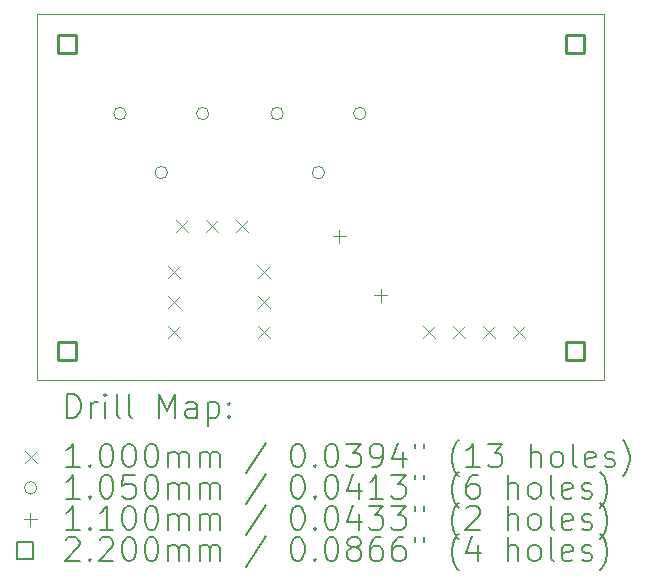
<source format=gbr>
%TF.GenerationSoftware,KiCad,Pcbnew,(6.0.8-1)-1*%
%TF.CreationDate,2024-02-23T21:50:13-06:00*%
%TF.ProjectId,Addressable LED Interface,41646472-6573-4736-9162-6c65204c4544,rev?*%
%TF.SameCoordinates,Original*%
%TF.FileFunction,Drillmap*%
%TF.FilePolarity,Positive*%
%FSLAX45Y45*%
G04 Gerber Fmt 4.5, Leading zero omitted, Abs format (unit mm)*
G04 Created by KiCad (PCBNEW (6.0.8-1)-1) date 2024-02-23 21:50:13*
%MOMM*%
%LPD*%
G01*
G04 APERTURE LIST*
%ADD10C,0.100000*%
%ADD11C,0.200000*%
%ADD12C,0.105000*%
%ADD13C,0.110000*%
%ADD14C,0.220000*%
G04 APERTURE END LIST*
D10*
X12050000Y-9250000D02*
X16850000Y-9250000D01*
X16850000Y-9250000D02*
X16850000Y-12350000D01*
X16850000Y-12350000D02*
X12050000Y-12350000D01*
X12050000Y-12350000D02*
X12050000Y-9250000D01*
D11*
D10*
X13158000Y-11380000D02*
X13258000Y-11480000D01*
X13258000Y-11380000D02*
X13158000Y-11480000D01*
X13158000Y-11634000D02*
X13258000Y-11734000D01*
X13258000Y-11634000D02*
X13158000Y-11734000D01*
X13158000Y-11888000D02*
X13258000Y-11988000D01*
X13258000Y-11888000D02*
X13158000Y-11988000D01*
X13224500Y-10990000D02*
X13324500Y-11090000D01*
X13324500Y-10990000D02*
X13224500Y-11090000D01*
X13478500Y-10990000D02*
X13578500Y-11090000D01*
X13578500Y-10990000D02*
X13478500Y-11090000D01*
X13732500Y-10990000D02*
X13832500Y-11090000D01*
X13832500Y-10990000D02*
X13732500Y-11090000D01*
X13920000Y-11380000D02*
X14020000Y-11480000D01*
X14020000Y-11380000D02*
X13920000Y-11480000D01*
X13920000Y-11634000D02*
X14020000Y-11734000D01*
X14020000Y-11634000D02*
X13920000Y-11734000D01*
X13920000Y-11888000D02*
X14020000Y-11988000D01*
X14020000Y-11888000D02*
X13920000Y-11988000D01*
X15317000Y-11888000D02*
X15417000Y-11988000D01*
X15417000Y-11888000D02*
X15317000Y-11988000D01*
X15571000Y-11888000D02*
X15671000Y-11988000D01*
X15671000Y-11888000D02*
X15571000Y-11988000D01*
X15825000Y-11888000D02*
X15925000Y-11988000D01*
X15925000Y-11888000D02*
X15825000Y-11988000D01*
X16079000Y-11888000D02*
X16179000Y-11988000D01*
X16179000Y-11888000D02*
X16079000Y-11988000D01*
D12*
X12802100Y-10090000D02*
G75*
G03*
X12802100Y-10090000I-52500J0D01*
G01*
X13152100Y-10590000D02*
G75*
G03*
X13152100Y-10590000I-52500J0D01*
G01*
X13502100Y-10090000D02*
G75*
G03*
X13502100Y-10090000I-52500J0D01*
G01*
X14132100Y-10090000D02*
G75*
G03*
X14132100Y-10090000I-52500J0D01*
G01*
X14482100Y-10590000D02*
G75*
G03*
X14482100Y-10590000I-52500J0D01*
G01*
X14832100Y-10090000D02*
G75*
G03*
X14832100Y-10090000I-52500J0D01*
G01*
D13*
X14606800Y-11074000D02*
X14606800Y-11184000D01*
X14551800Y-11129000D02*
X14661800Y-11129000D01*
X14956800Y-11574000D02*
X14956800Y-11684000D01*
X14901800Y-11629000D02*
X15011800Y-11629000D01*
D14*
X12377782Y-9577783D02*
X12377782Y-9422218D01*
X12222217Y-9422218D01*
X12222217Y-9577783D01*
X12377782Y-9577783D01*
X12377782Y-12177782D02*
X12377782Y-12022217D01*
X12222217Y-12022217D01*
X12222217Y-12177782D01*
X12377782Y-12177782D01*
X16677782Y-9577783D02*
X16677782Y-9422218D01*
X16522217Y-9422218D01*
X16522217Y-9577783D01*
X16677782Y-9577783D01*
X16677782Y-12177782D02*
X16677782Y-12022217D01*
X16522217Y-12022217D01*
X16522217Y-12177782D01*
X16677782Y-12177782D01*
D11*
X12302619Y-12665476D02*
X12302619Y-12465476D01*
X12350238Y-12465476D01*
X12378809Y-12475000D01*
X12397857Y-12494048D01*
X12407381Y-12513095D01*
X12416905Y-12551190D01*
X12416905Y-12579762D01*
X12407381Y-12617857D01*
X12397857Y-12636905D01*
X12378809Y-12655952D01*
X12350238Y-12665476D01*
X12302619Y-12665476D01*
X12502619Y-12665476D02*
X12502619Y-12532143D01*
X12502619Y-12570238D02*
X12512143Y-12551190D01*
X12521667Y-12541667D01*
X12540714Y-12532143D01*
X12559762Y-12532143D01*
X12626428Y-12665476D02*
X12626428Y-12532143D01*
X12626428Y-12465476D02*
X12616905Y-12475000D01*
X12626428Y-12484524D01*
X12635952Y-12475000D01*
X12626428Y-12465476D01*
X12626428Y-12484524D01*
X12750238Y-12665476D02*
X12731190Y-12655952D01*
X12721667Y-12636905D01*
X12721667Y-12465476D01*
X12855000Y-12665476D02*
X12835952Y-12655952D01*
X12826428Y-12636905D01*
X12826428Y-12465476D01*
X13083571Y-12665476D02*
X13083571Y-12465476D01*
X13150238Y-12608333D01*
X13216905Y-12465476D01*
X13216905Y-12665476D01*
X13397857Y-12665476D02*
X13397857Y-12560714D01*
X13388333Y-12541667D01*
X13369286Y-12532143D01*
X13331190Y-12532143D01*
X13312143Y-12541667D01*
X13397857Y-12655952D02*
X13378809Y-12665476D01*
X13331190Y-12665476D01*
X13312143Y-12655952D01*
X13302619Y-12636905D01*
X13302619Y-12617857D01*
X13312143Y-12598809D01*
X13331190Y-12589286D01*
X13378809Y-12589286D01*
X13397857Y-12579762D01*
X13493095Y-12532143D02*
X13493095Y-12732143D01*
X13493095Y-12541667D02*
X13512143Y-12532143D01*
X13550238Y-12532143D01*
X13569286Y-12541667D01*
X13578809Y-12551190D01*
X13588333Y-12570238D01*
X13588333Y-12627381D01*
X13578809Y-12646428D01*
X13569286Y-12655952D01*
X13550238Y-12665476D01*
X13512143Y-12665476D01*
X13493095Y-12655952D01*
X13674048Y-12646428D02*
X13683571Y-12655952D01*
X13674048Y-12665476D01*
X13664524Y-12655952D01*
X13674048Y-12646428D01*
X13674048Y-12665476D01*
X13674048Y-12541667D02*
X13683571Y-12551190D01*
X13674048Y-12560714D01*
X13664524Y-12551190D01*
X13674048Y-12541667D01*
X13674048Y-12560714D01*
D10*
X11945000Y-12945000D02*
X12045000Y-13045000D01*
X12045000Y-12945000D02*
X11945000Y-13045000D01*
D11*
X12407381Y-13085476D02*
X12293095Y-13085476D01*
X12350238Y-13085476D02*
X12350238Y-12885476D01*
X12331190Y-12914048D01*
X12312143Y-12933095D01*
X12293095Y-12942619D01*
X12493095Y-13066428D02*
X12502619Y-13075952D01*
X12493095Y-13085476D01*
X12483571Y-13075952D01*
X12493095Y-13066428D01*
X12493095Y-13085476D01*
X12626428Y-12885476D02*
X12645476Y-12885476D01*
X12664524Y-12895000D01*
X12674048Y-12904524D01*
X12683571Y-12923571D01*
X12693095Y-12961667D01*
X12693095Y-13009286D01*
X12683571Y-13047381D01*
X12674048Y-13066428D01*
X12664524Y-13075952D01*
X12645476Y-13085476D01*
X12626428Y-13085476D01*
X12607381Y-13075952D01*
X12597857Y-13066428D01*
X12588333Y-13047381D01*
X12578809Y-13009286D01*
X12578809Y-12961667D01*
X12588333Y-12923571D01*
X12597857Y-12904524D01*
X12607381Y-12895000D01*
X12626428Y-12885476D01*
X12816905Y-12885476D02*
X12835952Y-12885476D01*
X12855000Y-12895000D01*
X12864524Y-12904524D01*
X12874048Y-12923571D01*
X12883571Y-12961667D01*
X12883571Y-13009286D01*
X12874048Y-13047381D01*
X12864524Y-13066428D01*
X12855000Y-13075952D01*
X12835952Y-13085476D01*
X12816905Y-13085476D01*
X12797857Y-13075952D01*
X12788333Y-13066428D01*
X12778809Y-13047381D01*
X12769286Y-13009286D01*
X12769286Y-12961667D01*
X12778809Y-12923571D01*
X12788333Y-12904524D01*
X12797857Y-12895000D01*
X12816905Y-12885476D01*
X13007381Y-12885476D02*
X13026428Y-12885476D01*
X13045476Y-12895000D01*
X13055000Y-12904524D01*
X13064524Y-12923571D01*
X13074048Y-12961667D01*
X13074048Y-13009286D01*
X13064524Y-13047381D01*
X13055000Y-13066428D01*
X13045476Y-13075952D01*
X13026428Y-13085476D01*
X13007381Y-13085476D01*
X12988333Y-13075952D01*
X12978809Y-13066428D01*
X12969286Y-13047381D01*
X12959762Y-13009286D01*
X12959762Y-12961667D01*
X12969286Y-12923571D01*
X12978809Y-12904524D01*
X12988333Y-12895000D01*
X13007381Y-12885476D01*
X13159762Y-13085476D02*
X13159762Y-12952143D01*
X13159762Y-12971190D02*
X13169286Y-12961667D01*
X13188333Y-12952143D01*
X13216905Y-12952143D01*
X13235952Y-12961667D01*
X13245476Y-12980714D01*
X13245476Y-13085476D01*
X13245476Y-12980714D02*
X13255000Y-12961667D01*
X13274048Y-12952143D01*
X13302619Y-12952143D01*
X13321667Y-12961667D01*
X13331190Y-12980714D01*
X13331190Y-13085476D01*
X13426428Y-13085476D02*
X13426428Y-12952143D01*
X13426428Y-12971190D02*
X13435952Y-12961667D01*
X13455000Y-12952143D01*
X13483571Y-12952143D01*
X13502619Y-12961667D01*
X13512143Y-12980714D01*
X13512143Y-13085476D01*
X13512143Y-12980714D02*
X13521667Y-12961667D01*
X13540714Y-12952143D01*
X13569286Y-12952143D01*
X13588333Y-12961667D01*
X13597857Y-12980714D01*
X13597857Y-13085476D01*
X13988333Y-12875952D02*
X13816905Y-13133095D01*
X14245476Y-12885476D02*
X14264524Y-12885476D01*
X14283571Y-12895000D01*
X14293095Y-12904524D01*
X14302619Y-12923571D01*
X14312143Y-12961667D01*
X14312143Y-13009286D01*
X14302619Y-13047381D01*
X14293095Y-13066428D01*
X14283571Y-13075952D01*
X14264524Y-13085476D01*
X14245476Y-13085476D01*
X14226428Y-13075952D01*
X14216905Y-13066428D01*
X14207381Y-13047381D01*
X14197857Y-13009286D01*
X14197857Y-12961667D01*
X14207381Y-12923571D01*
X14216905Y-12904524D01*
X14226428Y-12895000D01*
X14245476Y-12885476D01*
X14397857Y-13066428D02*
X14407381Y-13075952D01*
X14397857Y-13085476D01*
X14388333Y-13075952D01*
X14397857Y-13066428D01*
X14397857Y-13085476D01*
X14531190Y-12885476D02*
X14550238Y-12885476D01*
X14569286Y-12895000D01*
X14578809Y-12904524D01*
X14588333Y-12923571D01*
X14597857Y-12961667D01*
X14597857Y-13009286D01*
X14588333Y-13047381D01*
X14578809Y-13066428D01*
X14569286Y-13075952D01*
X14550238Y-13085476D01*
X14531190Y-13085476D01*
X14512143Y-13075952D01*
X14502619Y-13066428D01*
X14493095Y-13047381D01*
X14483571Y-13009286D01*
X14483571Y-12961667D01*
X14493095Y-12923571D01*
X14502619Y-12904524D01*
X14512143Y-12895000D01*
X14531190Y-12885476D01*
X14664524Y-12885476D02*
X14788333Y-12885476D01*
X14721667Y-12961667D01*
X14750238Y-12961667D01*
X14769286Y-12971190D01*
X14778809Y-12980714D01*
X14788333Y-12999762D01*
X14788333Y-13047381D01*
X14778809Y-13066428D01*
X14769286Y-13075952D01*
X14750238Y-13085476D01*
X14693095Y-13085476D01*
X14674048Y-13075952D01*
X14664524Y-13066428D01*
X14883571Y-13085476D02*
X14921667Y-13085476D01*
X14940714Y-13075952D01*
X14950238Y-13066428D01*
X14969286Y-13037857D01*
X14978809Y-12999762D01*
X14978809Y-12923571D01*
X14969286Y-12904524D01*
X14959762Y-12895000D01*
X14940714Y-12885476D01*
X14902619Y-12885476D01*
X14883571Y-12895000D01*
X14874048Y-12904524D01*
X14864524Y-12923571D01*
X14864524Y-12971190D01*
X14874048Y-12990238D01*
X14883571Y-12999762D01*
X14902619Y-13009286D01*
X14940714Y-13009286D01*
X14959762Y-12999762D01*
X14969286Y-12990238D01*
X14978809Y-12971190D01*
X15150238Y-12952143D02*
X15150238Y-13085476D01*
X15102619Y-12875952D02*
X15055000Y-13018809D01*
X15178809Y-13018809D01*
X15245476Y-12885476D02*
X15245476Y-12923571D01*
X15321667Y-12885476D02*
X15321667Y-12923571D01*
X15616905Y-13161667D02*
X15607381Y-13152143D01*
X15588333Y-13123571D01*
X15578809Y-13104524D01*
X15569286Y-13075952D01*
X15559762Y-13028333D01*
X15559762Y-12990238D01*
X15569286Y-12942619D01*
X15578809Y-12914048D01*
X15588333Y-12895000D01*
X15607381Y-12866428D01*
X15616905Y-12856905D01*
X15797857Y-13085476D02*
X15683571Y-13085476D01*
X15740714Y-13085476D02*
X15740714Y-12885476D01*
X15721667Y-12914048D01*
X15702619Y-12933095D01*
X15683571Y-12942619D01*
X15864524Y-12885476D02*
X15988333Y-12885476D01*
X15921667Y-12961667D01*
X15950238Y-12961667D01*
X15969286Y-12971190D01*
X15978809Y-12980714D01*
X15988333Y-12999762D01*
X15988333Y-13047381D01*
X15978809Y-13066428D01*
X15969286Y-13075952D01*
X15950238Y-13085476D01*
X15893095Y-13085476D01*
X15874048Y-13075952D01*
X15864524Y-13066428D01*
X16226428Y-13085476D02*
X16226428Y-12885476D01*
X16312143Y-13085476D02*
X16312143Y-12980714D01*
X16302619Y-12961667D01*
X16283571Y-12952143D01*
X16255000Y-12952143D01*
X16235952Y-12961667D01*
X16226428Y-12971190D01*
X16435952Y-13085476D02*
X16416905Y-13075952D01*
X16407381Y-13066428D01*
X16397857Y-13047381D01*
X16397857Y-12990238D01*
X16407381Y-12971190D01*
X16416905Y-12961667D01*
X16435952Y-12952143D01*
X16464524Y-12952143D01*
X16483571Y-12961667D01*
X16493095Y-12971190D01*
X16502619Y-12990238D01*
X16502619Y-13047381D01*
X16493095Y-13066428D01*
X16483571Y-13075952D01*
X16464524Y-13085476D01*
X16435952Y-13085476D01*
X16616905Y-13085476D02*
X16597857Y-13075952D01*
X16588333Y-13056905D01*
X16588333Y-12885476D01*
X16769286Y-13075952D02*
X16750238Y-13085476D01*
X16712143Y-13085476D01*
X16693095Y-13075952D01*
X16683571Y-13056905D01*
X16683571Y-12980714D01*
X16693095Y-12961667D01*
X16712143Y-12952143D01*
X16750238Y-12952143D01*
X16769286Y-12961667D01*
X16778810Y-12980714D01*
X16778810Y-12999762D01*
X16683571Y-13018809D01*
X16855000Y-13075952D02*
X16874048Y-13085476D01*
X16912143Y-13085476D01*
X16931190Y-13075952D01*
X16940714Y-13056905D01*
X16940714Y-13047381D01*
X16931190Y-13028333D01*
X16912143Y-13018809D01*
X16883571Y-13018809D01*
X16864524Y-13009286D01*
X16855000Y-12990238D01*
X16855000Y-12980714D01*
X16864524Y-12961667D01*
X16883571Y-12952143D01*
X16912143Y-12952143D01*
X16931190Y-12961667D01*
X17007381Y-13161667D02*
X17016905Y-13152143D01*
X17035952Y-13123571D01*
X17045476Y-13104524D01*
X17055000Y-13075952D01*
X17064524Y-13028333D01*
X17064524Y-12990238D01*
X17055000Y-12942619D01*
X17045476Y-12914048D01*
X17035952Y-12895000D01*
X17016905Y-12866428D01*
X17007381Y-12856905D01*
D12*
X12045000Y-13259000D02*
G75*
G03*
X12045000Y-13259000I-52500J0D01*
G01*
D11*
X12407381Y-13349476D02*
X12293095Y-13349476D01*
X12350238Y-13349476D02*
X12350238Y-13149476D01*
X12331190Y-13178048D01*
X12312143Y-13197095D01*
X12293095Y-13206619D01*
X12493095Y-13330428D02*
X12502619Y-13339952D01*
X12493095Y-13349476D01*
X12483571Y-13339952D01*
X12493095Y-13330428D01*
X12493095Y-13349476D01*
X12626428Y-13149476D02*
X12645476Y-13149476D01*
X12664524Y-13159000D01*
X12674048Y-13168524D01*
X12683571Y-13187571D01*
X12693095Y-13225667D01*
X12693095Y-13273286D01*
X12683571Y-13311381D01*
X12674048Y-13330428D01*
X12664524Y-13339952D01*
X12645476Y-13349476D01*
X12626428Y-13349476D01*
X12607381Y-13339952D01*
X12597857Y-13330428D01*
X12588333Y-13311381D01*
X12578809Y-13273286D01*
X12578809Y-13225667D01*
X12588333Y-13187571D01*
X12597857Y-13168524D01*
X12607381Y-13159000D01*
X12626428Y-13149476D01*
X12874048Y-13149476D02*
X12778809Y-13149476D01*
X12769286Y-13244714D01*
X12778809Y-13235190D01*
X12797857Y-13225667D01*
X12845476Y-13225667D01*
X12864524Y-13235190D01*
X12874048Y-13244714D01*
X12883571Y-13263762D01*
X12883571Y-13311381D01*
X12874048Y-13330428D01*
X12864524Y-13339952D01*
X12845476Y-13349476D01*
X12797857Y-13349476D01*
X12778809Y-13339952D01*
X12769286Y-13330428D01*
X13007381Y-13149476D02*
X13026428Y-13149476D01*
X13045476Y-13159000D01*
X13055000Y-13168524D01*
X13064524Y-13187571D01*
X13074048Y-13225667D01*
X13074048Y-13273286D01*
X13064524Y-13311381D01*
X13055000Y-13330428D01*
X13045476Y-13339952D01*
X13026428Y-13349476D01*
X13007381Y-13349476D01*
X12988333Y-13339952D01*
X12978809Y-13330428D01*
X12969286Y-13311381D01*
X12959762Y-13273286D01*
X12959762Y-13225667D01*
X12969286Y-13187571D01*
X12978809Y-13168524D01*
X12988333Y-13159000D01*
X13007381Y-13149476D01*
X13159762Y-13349476D02*
X13159762Y-13216143D01*
X13159762Y-13235190D02*
X13169286Y-13225667D01*
X13188333Y-13216143D01*
X13216905Y-13216143D01*
X13235952Y-13225667D01*
X13245476Y-13244714D01*
X13245476Y-13349476D01*
X13245476Y-13244714D02*
X13255000Y-13225667D01*
X13274048Y-13216143D01*
X13302619Y-13216143D01*
X13321667Y-13225667D01*
X13331190Y-13244714D01*
X13331190Y-13349476D01*
X13426428Y-13349476D02*
X13426428Y-13216143D01*
X13426428Y-13235190D02*
X13435952Y-13225667D01*
X13455000Y-13216143D01*
X13483571Y-13216143D01*
X13502619Y-13225667D01*
X13512143Y-13244714D01*
X13512143Y-13349476D01*
X13512143Y-13244714D02*
X13521667Y-13225667D01*
X13540714Y-13216143D01*
X13569286Y-13216143D01*
X13588333Y-13225667D01*
X13597857Y-13244714D01*
X13597857Y-13349476D01*
X13988333Y-13139952D02*
X13816905Y-13397095D01*
X14245476Y-13149476D02*
X14264524Y-13149476D01*
X14283571Y-13159000D01*
X14293095Y-13168524D01*
X14302619Y-13187571D01*
X14312143Y-13225667D01*
X14312143Y-13273286D01*
X14302619Y-13311381D01*
X14293095Y-13330428D01*
X14283571Y-13339952D01*
X14264524Y-13349476D01*
X14245476Y-13349476D01*
X14226428Y-13339952D01*
X14216905Y-13330428D01*
X14207381Y-13311381D01*
X14197857Y-13273286D01*
X14197857Y-13225667D01*
X14207381Y-13187571D01*
X14216905Y-13168524D01*
X14226428Y-13159000D01*
X14245476Y-13149476D01*
X14397857Y-13330428D02*
X14407381Y-13339952D01*
X14397857Y-13349476D01*
X14388333Y-13339952D01*
X14397857Y-13330428D01*
X14397857Y-13349476D01*
X14531190Y-13149476D02*
X14550238Y-13149476D01*
X14569286Y-13159000D01*
X14578809Y-13168524D01*
X14588333Y-13187571D01*
X14597857Y-13225667D01*
X14597857Y-13273286D01*
X14588333Y-13311381D01*
X14578809Y-13330428D01*
X14569286Y-13339952D01*
X14550238Y-13349476D01*
X14531190Y-13349476D01*
X14512143Y-13339952D01*
X14502619Y-13330428D01*
X14493095Y-13311381D01*
X14483571Y-13273286D01*
X14483571Y-13225667D01*
X14493095Y-13187571D01*
X14502619Y-13168524D01*
X14512143Y-13159000D01*
X14531190Y-13149476D01*
X14769286Y-13216143D02*
X14769286Y-13349476D01*
X14721667Y-13139952D02*
X14674048Y-13282809D01*
X14797857Y-13282809D01*
X14978809Y-13349476D02*
X14864524Y-13349476D01*
X14921667Y-13349476D02*
X14921667Y-13149476D01*
X14902619Y-13178048D01*
X14883571Y-13197095D01*
X14864524Y-13206619D01*
X15045476Y-13149476D02*
X15169286Y-13149476D01*
X15102619Y-13225667D01*
X15131190Y-13225667D01*
X15150238Y-13235190D01*
X15159762Y-13244714D01*
X15169286Y-13263762D01*
X15169286Y-13311381D01*
X15159762Y-13330428D01*
X15150238Y-13339952D01*
X15131190Y-13349476D01*
X15074048Y-13349476D01*
X15055000Y-13339952D01*
X15045476Y-13330428D01*
X15245476Y-13149476D02*
X15245476Y-13187571D01*
X15321667Y-13149476D02*
X15321667Y-13187571D01*
X15616905Y-13425667D02*
X15607381Y-13416143D01*
X15588333Y-13387571D01*
X15578809Y-13368524D01*
X15569286Y-13339952D01*
X15559762Y-13292333D01*
X15559762Y-13254238D01*
X15569286Y-13206619D01*
X15578809Y-13178048D01*
X15588333Y-13159000D01*
X15607381Y-13130428D01*
X15616905Y-13120905D01*
X15778809Y-13149476D02*
X15740714Y-13149476D01*
X15721667Y-13159000D01*
X15712143Y-13168524D01*
X15693095Y-13197095D01*
X15683571Y-13235190D01*
X15683571Y-13311381D01*
X15693095Y-13330428D01*
X15702619Y-13339952D01*
X15721667Y-13349476D01*
X15759762Y-13349476D01*
X15778809Y-13339952D01*
X15788333Y-13330428D01*
X15797857Y-13311381D01*
X15797857Y-13263762D01*
X15788333Y-13244714D01*
X15778809Y-13235190D01*
X15759762Y-13225667D01*
X15721667Y-13225667D01*
X15702619Y-13235190D01*
X15693095Y-13244714D01*
X15683571Y-13263762D01*
X16035952Y-13349476D02*
X16035952Y-13149476D01*
X16121667Y-13349476D02*
X16121667Y-13244714D01*
X16112143Y-13225667D01*
X16093095Y-13216143D01*
X16064524Y-13216143D01*
X16045476Y-13225667D01*
X16035952Y-13235190D01*
X16245476Y-13349476D02*
X16226428Y-13339952D01*
X16216905Y-13330428D01*
X16207381Y-13311381D01*
X16207381Y-13254238D01*
X16216905Y-13235190D01*
X16226428Y-13225667D01*
X16245476Y-13216143D01*
X16274048Y-13216143D01*
X16293095Y-13225667D01*
X16302619Y-13235190D01*
X16312143Y-13254238D01*
X16312143Y-13311381D01*
X16302619Y-13330428D01*
X16293095Y-13339952D01*
X16274048Y-13349476D01*
X16245476Y-13349476D01*
X16426428Y-13349476D02*
X16407381Y-13339952D01*
X16397857Y-13320905D01*
X16397857Y-13149476D01*
X16578809Y-13339952D02*
X16559762Y-13349476D01*
X16521667Y-13349476D01*
X16502619Y-13339952D01*
X16493095Y-13320905D01*
X16493095Y-13244714D01*
X16502619Y-13225667D01*
X16521667Y-13216143D01*
X16559762Y-13216143D01*
X16578809Y-13225667D01*
X16588333Y-13244714D01*
X16588333Y-13263762D01*
X16493095Y-13282809D01*
X16664524Y-13339952D02*
X16683571Y-13349476D01*
X16721667Y-13349476D01*
X16740714Y-13339952D01*
X16750238Y-13320905D01*
X16750238Y-13311381D01*
X16740714Y-13292333D01*
X16721667Y-13282809D01*
X16693095Y-13282809D01*
X16674048Y-13273286D01*
X16664524Y-13254238D01*
X16664524Y-13244714D01*
X16674048Y-13225667D01*
X16693095Y-13216143D01*
X16721667Y-13216143D01*
X16740714Y-13225667D01*
X16816905Y-13425667D02*
X16826429Y-13416143D01*
X16845476Y-13387571D01*
X16855000Y-13368524D01*
X16864524Y-13339952D01*
X16874048Y-13292333D01*
X16874048Y-13254238D01*
X16864524Y-13206619D01*
X16855000Y-13178048D01*
X16845476Y-13159000D01*
X16826429Y-13130428D01*
X16816905Y-13120905D01*
D13*
X11990000Y-13468000D02*
X11990000Y-13578000D01*
X11935000Y-13523000D02*
X12045000Y-13523000D01*
D11*
X12407381Y-13613476D02*
X12293095Y-13613476D01*
X12350238Y-13613476D02*
X12350238Y-13413476D01*
X12331190Y-13442048D01*
X12312143Y-13461095D01*
X12293095Y-13470619D01*
X12493095Y-13594428D02*
X12502619Y-13603952D01*
X12493095Y-13613476D01*
X12483571Y-13603952D01*
X12493095Y-13594428D01*
X12493095Y-13613476D01*
X12693095Y-13613476D02*
X12578809Y-13613476D01*
X12635952Y-13613476D02*
X12635952Y-13413476D01*
X12616905Y-13442048D01*
X12597857Y-13461095D01*
X12578809Y-13470619D01*
X12816905Y-13413476D02*
X12835952Y-13413476D01*
X12855000Y-13423000D01*
X12864524Y-13432524D01*
X12874048Y-13451571D01*
X12883571Y-13489667D01*
X12883571Y-13537286D01*
X12874048Y-13575381D01*
X12864524Y-13594428D01*
X12855000Y-13603952D01*
X12835952Y-13613476D01*
X12816905Y-13613476D01*
X12797857Y-13603952D01*
X12788333Y-13594428D01*
X12778809Y-13575381D01*
X12769286Y-13537286D01*
X12769286Y-13489667D01*
X12778809Y-13451571D01*
X12788333Y-13432524D01*
X12797857Y-13423000D01*
X12816905Y-13413476D01*
X13007381Y-13413476D02*
X13026428Y-13413476D01*
X13045476Y-13423000D01*
X13055000Y-13432524D01*
X13064524Y-13451571D01*
X13074048Y-13489667D01*
X13074048Y-13537286D01*
X13064524Y-13575381D01*
X13055000Y-13594428D01*
X13045476Y-13603952D01*
X13026428Y-13613476D01*
X13007381Y-13613476D01*
X12988333Y-13603952D01*
X12978809Y-13594428D01*
X12969286Y-13575381D01*
X12959762Y-13537286D01*
X12959762Y-13489667D01*
X12969286Y-13451571D01*
X12978809Y-13432524D01*
X12988333Y-13423000D01*
X13007381Y-13413476D01*
X13159762Y-13613476D02*
X13159762Y-13480143D01*
X13159762Y-13499190D02*
X13169286Y-13489667D01*
X13188333Y-13480143D01*
X13216905Y-13480143D01*
X13235952Y-13489667D01*
X13245476Y-13508714D01*
X13245476Y-13613476D01*
X13245476Y-13508714D02*
X13255000Y-13489667D01*
X13274048Y-13480143D01*
X13302619Y-13480143D01*
X13321667Y-13489667D01*
X13331190Y-13508714D01*
X13331190Y-13613476D01*
X13426428Y-13613476D02*
X13426428Y-13480143D01*
X13426428Y-13499190D02*
X13435952Y-13489667D01*
X13455000Y-13480143D01*
X13483571Y-13480143D01*
X13502619Y-13489667D01*
X13512143Y-13508714D01*
X13512143Y-13613476D01*
X13512143Y-13508714D02*
X13521667Y-13489667D01*
X13540714Y-13480143D01*
X13569286Y-13480143D01*
X13588333Y-13489667D01*
X13597857Y-13508714D01*
X13597857Y-13613476D01*
X13988333Y-13403952D02*
X13816905Y-13661095D01*
X14245476Y-13413476D02*
X14264524Y-13413476D01*
X14283571Y-13423000D01*
X14293095Y-13432524D01*
X14302619Y-13451571D01*
X14312143Y-13489667D01*
X14312143Y-13537286D01*
X14302619Y-13575381D01*
X14293095Y-13594428D01*
X14283571Y-13603952D01*
X14264524Y-13613476D01*
X14245476Y-13613476D01*
X14226428Y-13603952D01*
X14216905Y-13594428D01*
X14207381Y-13575381D01*
X14197857Y-13537286D01*
X14197857Y-13489667D01*
X14207381Y-13451571D01*
X14216905Y-13432524D01*
X14226428Y-13423000D01*
X14245476Y-13413476D01*
X14397857Y-13594428D02*
X14407381Y-13603952D01*
X14397857Y-13613476D01*
X14388333Y-13603952D01*
X14397857Y-13594428D01*
X14397857Y-13613476D01*
X14531190Y-13413476D02*
X14550238Y-13413476D01*
X14569286Y-13423000D01*
X14578809Y-13432524D01*
X14588333Y-13451571D01*
X14597857Y-13489667D01*
X14597857Y-13537286D01*
X14588333Y-13575381D01*
X14578809Y-13594428D01*
X14569286Y-13603952D01*
X14550238Y-13613476D01*
X14531190Y-13613476D01*
X14512143Y-13603952D01*
X14502619Y-13594428D01*
X14493095Y-13575381D01*
X14483571Y-13537286D01*
X14483571Y-13489667D01*
X14493095Y-13451571D01*
X14502619Y-13432524D01*
X14512143Y-13423000D01*
X14531190Y-13413476D01*
X14769286Y-13480143D02*
X14769286Y-13613476D01*
X14721667Y-13403952D02*
X14674048Y-13546809D01*
X14797857Y-13546809D01*
X14855000Y-13413476D02*
X14978809Y-13413476D01*
X14912143Y-13489667D01*
X14940714Y-13489667D01*
X14959762Y-13499190D01*
X14969286Y-13508714D01*
X14978809Y-13527762D01*
X14978809Y-13575381D01*
X14969286Y-13594428D01*
X14959762Y-13603952D01*
X14940714Y-13613476D01*
X14883571Y-13613476D01*
X14864524Y-13603952D01*
X14855000Y-13594428D01*
X15045476Y-13413476D02*
X15169286Y-13413476D01*
X15102619Y-13489667D01*
X15131190Y-13489667D01*
X15150238Y-13499190D01*
X15159762Y-13508714D01*
X15169286Y-13527762D01*
X15169286Y-13575381D01*
X15159762Y-13594428D01*
X15150238Y-13603952D01*
X15131190Y-13613476D01*
X15074048Y-13613476D01*
X15055000Y-13603952D01*
X15045476Y-13594428D01*
X15245476Y-13413476D02*
X15245476Y-13451571D01*
X15321667Y-13413476D02*
X15321667Y-13451571D01*
X15616905Y-13689667D02*
X15607381Y-13680143D01*
X15588333Y-13651571D01*
X15578809Y-13632524D01*
X15569286Y-13603952D01*
X15559762Y-13556333D01*
X15559762Y-13518238D01*
X15569286Y-13470619D01*
X15578809Y-13442048D01*
X15588333Y-13423000D01*
X15607381Y-13394428D01*
X15616905Y-13384905D01*
X15683571Y-13432524D02*
X15693095Y-13423000D01*
X15712143Y-13413476D01*
X15759762Y-13413476D01*
X15778809Y-13423000D01*
X15788333Y-13432524D01*
X15797857Y-13451571D01*
X15797857Y-13470619D01*
X15788333Y-13499190D01*
X15674048Y-13613476D01*
X15797857Y-13613476D01*
X16035952Y-13613476D02*
X16035952Y-13413476D01*
X16121667Y-13613476D02*
X16121667Y-13508714D01*
X16112143Y-13489667D01*
X16093095Y-13480143D01*
X16064524Y-13480143D01*
X16045476Y-13489667D01*
X16035952Y-13499190D01*
X16245476Y-13613476D02*
X16226428Y-13603952D01*
X16216905Y-13594428D01*
X16207381Y-13575381D01*
X16207381Y-13518238D01*
X16216905Y-13499190D01*
X16226428Y-13489667D01*
X16245476Y-13480143D01*
X16274048Y-13480143D01*
X16293095Y-13489667D01*
X16302619Y-13499190D01*
X16312143Y-13518238D01*
X16312143Y-13575381D01*
X16302619Y-13594428D01*
X16293095Y-13603952D01*
X16274048Y-13613476D01*
X16245476Y-13613476D01*
X16426428Y-13613476D02*
X16407381Y-13603952D01*
X16397857Y-13584905D01*
X16397857Y-13413476D01*
X16578809Y-13603952D02*
X16559762Y-13613476D01*
X16521667Y-13613476D01*
X16502619Y-13603952D01*
X16493095Y-13584905D01*
X16493095Y-13508714D01*
X16502619Y-13489667D01*
X16521667Y-13480143D01*
X16559762Y-13480143D01*
X16578809Y-13489667D01*
X16588333Y-13508714D01*
X16588333Y-13527762D01*
X16493095Y-13546809D01*
X16664524Y-13603952D02*
X16683571Y-13613476D01*
X16721667Y-13613476D01*
X16740714Y-13603952D01*
X16750238Y-13584905D01*
X16750238Y-13575381D01*
X16740714Y-13556333D01*
X16721667Y-13546809D01*
X16693095Y-13546809D01*
X16674048Y-13537286D01*
X16664524Y-13518238D01*
X16664524Y-13508714D01*
X16674048Y-13489667D01*
X16693095Y-13480143D01*
X16721667Y-13480143D01*
X16740714Y-13489667D01*
X16816905Y-13689667D02*
X16826429Y-13680143D01*
X16845476Y-13651571D01*
X16855000Y-13632524D01*
X16864524Y-13603952D01*
X16874048Y-13556333D01*
X16874048Y-13518238D01*
X16864524Y-13470619D01*
X16855000Y-13442048D01*
X16845476Y-13423000D01*
X16826429Y-13394428D01*
X16816905Y-13384905D01*
X12015711Y-13857711D02*
X12015711Y-13716289D01*
X11874289Y-13716289D01*
X11874289Y-13857711D01*
X12015711Y-13857711D01*
X12293095Y-13696524D02*
X12302619Y-13687000D01*
X12321667Y-13677476D01*
X12369286Y-13677476D01*
X12388333Y-13687000D01*
X12397857Y-13696524D01*
X12407381Y-13715571D01*
X12407381Y-13734619D01*
X12397857Y-13763190D01*
X12283571Y-13877476D01*
X12407381Y-13877476D01*
X12493095Y-13858428D02*
X12502619Y-13867952D01*
X12493095Y-13877476D01*
X12483571Y-13867952D01*
X12493095Y-13858428D01*
X12493095Y-13877476D01*
X12578809Y-13696524D02*
X12588333Y-13687000D01*
X12607381Y-13677476D01*
X12655000Y-13677476D01*
X12674048Y-13687000D01*
X12683571Y-13696524D01*
X12693095Y-13715571D01*
X12693095Y-13734619D01*
X12683571Y-13763190D01*
X12569286Y-13877476D01*
X12693095Y-13877476D01*
X12816905Y-13677476D02*
X12835952Y-13677476D01*
X12855000Y-13687000D01*
X12864524Y-13696524D01*
X12874048Y-13715571D01*
X12883571Y-13753667D01*
X12883571Y-13801286D01*
X12874048Y-13839381D01*
X12864524Y-13858428D01*
X12855000Y-13867952D01*
X12835952Y-13877476D01*
X12816905Y-13877476D01*
X12797857Y-13867952D01*
X12788333Y-13858428D01*
X12778809Y-13839381D01*
X12769286Y-13801286D01*
X12769286Y-13753667D01*
X12778809Y-13715571D01*
X12788333Y-13696524D01*
X12797857Y-13687000D01*
X12816905Y-13677476D01*
X13007381Y-13677476D02*
X13026428Y-13677476D01*
X13045476Y-13687000D01*
X13055000Y-13696524D01*
X13064524Y-13715571D01*
X13074048Y-13753667D01*
X13074048Y-13801286D01*
X13064524Y-13839381D01*
X13055000Y-13858428D01*
X13045476Y-13867952D01*
X13026428Y-13877476D01*
X13007381Y-13877476D01*
X12988333Y-13867952D01*
X12978809Y-13858428D01*
X12969286Y-13839381D01*
X12959762Y-13801286D01*
X12959762Y-13753667D01*
X12969286Y-13715571D01*
X12978809Y-13696524D01*
X12988333Y-13687000D01*
X13007381Y-13677476D01*
X13159762Y-13877476D02*
X13159762Y-13744143D01*
X13159762Y-13763190D02*
X13169286Y-13753667D01*
X13188333Y-13744143D01*
X13216905Y-13744143D01*
X13235952Y-13753667D01*
X13245476Y-13772714D01*
X13245476Y-13877476D01*
X13245476Y-13772714D02*
X13255000Y-13753667D01*
X13274048Y-13744143D01*
X13302619Y-13744143D01*
X13321667Y-13753667D01*
X13331190Y-13772714D01*
X13331190Y-13877476D01*
X13426428Y-13877476D02*
X13426428Y-13744143D01*
X13426428Y-13763190D02*
X13435952Y-13753667D01*
X13455000Y-13744143D01*
X13483571Y-13744143D01*
X13502619Y-13753667D01*
X13512143Y-13772714D01*
X13512143Y-13877476D01*
X13512143Y-13772714D02*
X13521667Y-13753667D01*
X13540714Y-13744143D01*
X13569286Y-13744143D01*
X13588333Y-13753667D01*
X13597857Y-13772714D01*
X13597857Y-13877476D01*
X13988333Y-13667952D02*
X13816905Y-13925095D01*
X14245476Y-13677476D02*
X14264524Y-13677476D01*
X14283571Y-13687000D01*
X14293095Y-13696524D01*
X14302619Y-13715571D01*
X14312143Y-13753667D01*
X14312143Y-13801286D01*
X14302619Y-13839381D01*
X14293095Y-13858428D01*
X14283571Y-13867952D01*
X14264524Y-13877476D01*
X14245476Y-13877476D01*
X14226428Y-13867952D01*
X14216905Y-13858428D01*
X14207381Y-13839381D01*
X14197857Y-13801286D01*
X14197857Y-13753667D01*
X14207381Y-13715571D01*
X14216905Y-13696524D01*
X14226428Y-13687000D01*
X14245476Y-13677476D01*
X14397857Y-13858428D02*
X14407381Y-13867952D01*
X14397857Y-13877476D01*
X14388333Y-13867952D01*
X14397857Y-13858428D01*
X14397857Y-13877476D01*
X14531190Y-13677476D02*
X14550238Y-13677476D01*
X14569286Y-13687000D01*
X14578809Y-13696524D01*
X14588333Y-13715571D01*
X14597857Y-13753667D01*
X14597857Y-13801286D01*
X14588333Y-13839381D01*
X14578809Y-13858428D01*
X14569286Y-13867952D01*
X14550238Y-13877476D01*
X14531190Y-13877476D01*
X14512143Y-13867952D01*
X14502619Y-13858428D01*
X14493095Y-13839381D01*
X14483571Y-13801286D01*
X14483571Y-13753667D01*
X14493095Y-13715571D01*
X14502619Y-13696524D01*
X14512143Y-13687000D01*
X14531190Y-13677476D01*
X14712143Y-13763190D02*
X14693095Y-13753667D01*
X14683571Y-13744143D01*
X14674048Y-13725095D01*
X14674048Y-13715571D01*
X14683571Y-13696524D01*
X14693095Y-13687000D01*
X14712143Y-13677476D01*
X14750238Y-13677476D01*
X14769286Y-13687000D01*
X14778809Y-13696524D01*
X14788333Y-13715571D01*
X14788333Y-13725095D01*
X14778809Y-13744143D01*
X14769286Y-13753667D01*
X14750238Y-13763190D01*
X14712143Y-13763190D01*
X14693095Y-13772714D01*
X14683571Y-13782238D01*
X14674048Y-13801286D01*
X14674048Y-13839381D01*
X14683571Y-13858428D01*
X14693095Y-13867952D01*
X14712143Y-13877476D01*
X14750238Y-13877476D01*
X14769286Y-13867952D01*
X14778809Y-13858428D01*
X14788333Y-13839381D01*
X14788333Y-13801286D01*
X14778809Y-13782238D01*
X14769286Y-13772714D01*
X14750238Y-13763190D01*
X14959762Y-13677476D02*
X14921667Y-13677476D01*
X14902619Y-13687000D01*
X14893095Y-13696524D01*
X14874048Y-13725095D01*
X14864524Y-13763190D01*
X14864524Y-13839381D01*
X14874048Y-13858428D01*
X14883571Y-13867952D01*
X14902619Y-13877476D01*
X14940714Y-13877476D01*
X14959762Y-13867952D01*
X14969286Y-13858428D01*
X14978809Y-13839381D01*
X14978809Y-13791762D01*
X14969286Y-13772714D01*
X14959762Y-13763190D01*
X14940714Y-13753667D01*
X14902619Y-13753667D01*
X14883571Y-13763190D01*
X14874048Y-13772714D01*
X14864524Y-13791762D01*
X15150238Y-13677476D02*
X15112143Y-13677476D01*
X15093095Y-13687000D01*
X15083571Y-13696524D01*
X15064524Y-13725095D01*
X15055000Y-13763190D01*
X15055000Y-13839381D01*
X15064524Y-13858428D01*
X15074048Y-13867952D01*
X15093095Y-13877476D01*
X15131190Y-13877476D01*
X15150238Y-13867952D01*
X15159762Y-13858428D01*
X15169286Y-13839381D01*
X15169286Y-13791762D01*
X15159762Y-13772714D01*
X15150238Y-13763190D01*
X15131190Y-13753667D01*
X15093095Y-13753667D01*
X15074048Y-13763190D01*
X15064524Y-13772714D01*
X15055000Y-13791762D01*
X15245476Y-13677476D02*
X15245476Y-13715571D01*
X15321667Y-13677476D02*
X15321667Y-13715571D01*
X15616905Y-13953667D02*
X15607381Y-13944143D01*
X15588333Y-13915571D01*
X15578809Y-13896524D01*
X15569286Y-13867952D01*
X15559762Y-13820333D01*
X15559762Y-13782238D01*
X15569286Y-13734619D01*
X15578809Y-13706048D01*
X15588333Y-13687000D01*
X15607381Y-13658428D01*
X15616905Y-13648905D01*
X15778809Y-13744143D02*
X15778809Y-13877476D01*
X15731190Y-13667952D02*
X15683571Y-13810809D01*
X15807381Y-13810809D01*
X16035952Y-13877476D02*
X16035952Y-13677476D01*
X16121667Y-13877476D02*
X16121667Y-13772714D01*
X16112143Y-13753667D01*
X16093095Y-13744143D01*
X16064524Y-13744143D01*
X16045476Y-13753667D01*
X16035952Y-13763190D01*
X16245476Y-13877476D02*
X16226428Y-13867952D01*
X16216905Y-13858428D01*
X16207381Y-13839381D01*
X16207381Y-13782238D01*
X16216905Y-13763190D01*
X16226428Y-13753667D01*
X16245476Y-13744143D01*
X16274048Y-13744143D01*
X16293095Y-13753667D01*
X16302619Y-13763190D01*
X16312143Y-13782238D01*
X16312143Y-13839381D01*
X16302619Y-13858428D01*
X16293095Y-13867952D01*
X16274048Y-13877476D01*
X16245476Y-13877476D01*
X16426428Y-13877476D02*
X16407381Y-13867952D01*
X16397857Y-13848905D01*
X16397857Y-13677476D01*
X16578809Y-13867952D02*
X16559762Y-13877476D01*
X16521667Y-13877476D01*
X16502619Y-13867952D01*
X16493095Y-13848905D01*
X16493095Y-13772714D01*
X16502619Y-13753667D01*
X16521667Y-13744143D01*
X16559762Y-13744143D01*
X16578809Y-13753667D01*
X16588333Y-13772714D01*
X16588333Y-13791762D01*
X16493095Y-13810809D01*
X16664524Y-13867952D02*
X16683571Y-13877476D01*
X16721667Y-13877476D01*
X16740714Y-13867952D01*
X16750238Y-13848905D01*
X16750238Y-13839381D01*
X16740714Y-13820333D01*
X16721667Y-13810809D01*
X16693095Y-13810809D01*
X16674048Y-13801286D01*
X16664524Y-13782238D01*
X16664524Y-13772714D01*
X16674048Y-13753667D01*
X16693095Y-13744143D01*
X16721667Y-13744143D01*
X16740714Y-13753667D01*
X16816905Y-13953667D02*
X16826429Y-13944143D01*
X16845476Y-13915571D01*
X16855000Y-13896524D01*
X16864524Y-13867952D01*
X16874048Y-13820333D01*
X16874048Y-13782238D01*
X16864524Y-13734619D01*
X16855000Y-13706048D01*
X16845476Y-13687000D01*
X16826429Y-13658428D01*
X16816905Y-13648905D01*
M02*

</source>
